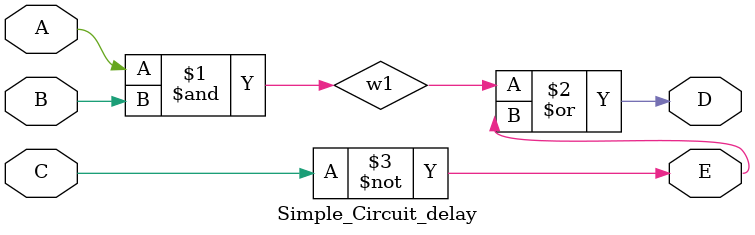
<source format=v>
module Simple_Circuit_delay (A, B, C, D, E); 
output D,E; 
input A,B,C;  
wire w1; 
and #20 (w1, A, B);  
not #10 (E, C);  
or  #30 (D, w1, E);

endmodule
</source>
